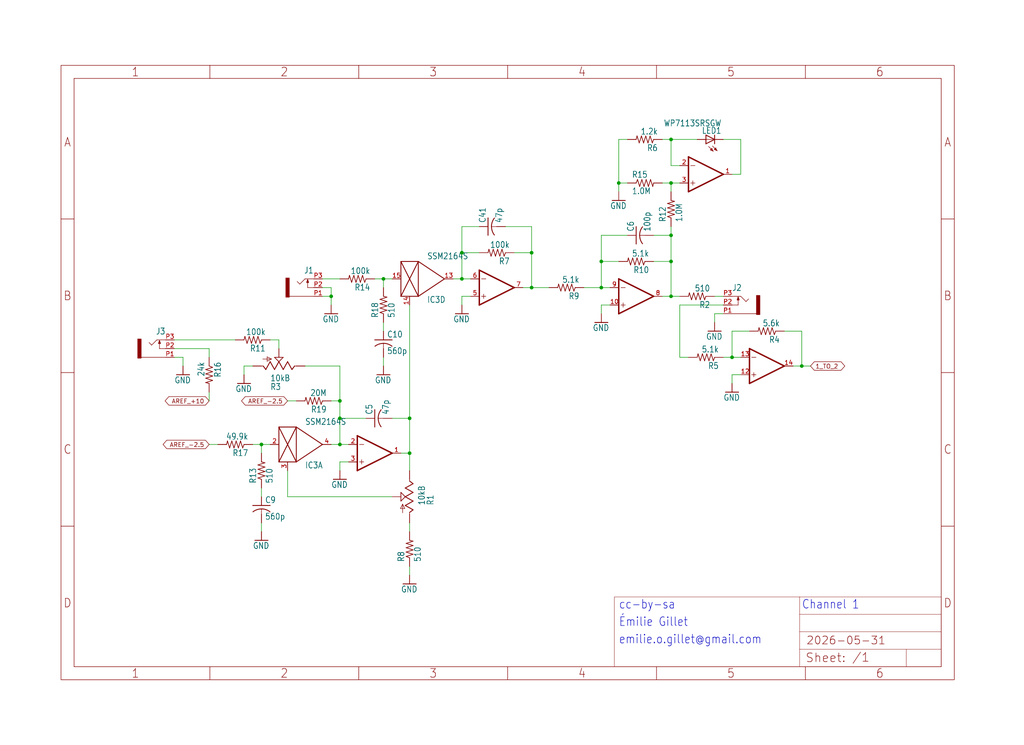
<source format=kicad_sch>
(kicad_sch (version 20230121) (generator eeschema)
  (paper "User" 298.45 217.17)
  (lib_symbols
    (symbol "veils_v40-eagle-import:A4L-LOC"
      (symbol "A4L-LOC_1_0"
        (polyline (pts (xy 0 44.7675) (xy 3.81 44.7675)))
        (polyline (pts (xy 0 89.535) (xy 3.81 89.535)))
        (polyline (pts (xy 0 134.3025) (xy 3.81 134.3025)))
        (polyline (pts (xy 3.81 3.81) (xy 3.81 175.26)))
        (polyline (pts (xy 43.3917 0) (xy 43.3917 3.81)))
        (polyline (pts (xy 43.3917 175.26) (xy 43.3917 179.07)))
        (polyline (pts (xy 86.7833 0) (xy 86.7833 3.81)))
        (polyline (pts (xy 86.7833 175.26) (xy 86.7833 179.07)))
        (polyline (pts (xy 130.175 0) (xy 130.175 3.81)))
        (polyline (pts (xy 130.175 175.26) (xy 130.175 179.07)))
        (polyline (pts (xy 161.29 3.81) (xy 161.29 24.13)) (stroke (width 0.1016)))
        (polyline (pts (xy 161.29 24.13) (xy 215.265 24.13)) (stroke (width 0.1016)))
        (polyline (pts (xy 173.5667 0) (xy 173.5667 3.81)))
        (polyline (pts (xy 173.5667 175.26) (xy 173.5667 179.07)))
        (polyline (pts (xy 215.265 8.89) (xy 215.265 3.81)) (stroke (width 0.1016)))
        (polyline (pts (xy 215.265 8.89) (xy 215.265 13.97)) (stroke (width 0.1016)))
        (polyline (pts (xy 215.265 13.97) (xy 215.265 19.05)) (stroke (width 0.1016)))
        (polyline (pts (xy 215.265 13.97) (xy 256.54 13.97)) (stroke (width 0.1016)))
        (polyline (pts (xy 215.265 19.05) (xy 215.265 24.13)) (stroke (width 0.1016)))
        (polyline (pts (xy 215.265 19.05) (xy 256.54 19.05)) (stroke (width 0.1016)))
        (polyline (pts (xy 215.265 24.13) (xy 256.54 24.13)) (stroke (width 0.1016)))
        (polyline (pts (xy 216.9583 0) (xy 216.9583 3.81)))
        (polyline (pts (xy 216.9583 175.26) (xy 216.9583 179.07)))
        (polyline (pts (xy 246.38 3.81) (xy 246.38 8.89)) (stroke (width 0.1016)))
        (polyline (pts (xy 246.38 8.89) (xy 215.265 8.89)) (stroke (width 0.1016)))
        (polyline (pts (xy 246.38 8.89) (xy 256.54 8.89)) (stroke (width 0.1016)))
        (polyline (pts (xy 256.54 3.81) (xy 3.81 3.81)))
        (polyline (pts (xy 256.54 3.81) (xy 256.54 8.89)) (stroke (width 0.1016)))
        (polyline (pts (xy 256.54 3.81) (xy 256.54 175.26)))
        (polyline (pts (xy 256.54 8.89) (xy 256.54 13.97)) (stroke (width 0.1016)))
        (polyline (pts (xy 256.54 13.97) (xy 256.54 19.05)) (stroke (width 0.1016)))
        (polyline (pts (xy 256.54 19.05) (xy 256.54 24.13)) (stroke (width 0.1016)))
        (polyline (pts (xy 256.54 44.7675) (xy 260.35 44.7675)))
        (polyline (pts (xy 256.54 89.535) (xy 260.35 89.535)))
        (polyline (pts (xy 256.54 134.3025) (xy 260.35 134.3025)))
        (polyline (pts (xy 256.54 175.26) (xy 3.81 175.26)))
        (polyline (pts (xy 0 0) (xy 260.35 0) (xy 260.35 179.07) (xy 0 179.07) (xy 0 0)))
        (text "${#}/${##}" (at 230.505 5.08 0) (effects (font (size 2.54 2.54)) (justify left bottom)))
        (text "${CURRENT_DATE}" (at 217.17 10.16 0) (effects (font (size 2.286 2.286)) (justify left bottom)))
        (text "${PROJECTNAME}" (at 217.17 15.24 0) (effects (font (size 2.54 2.54)) (justify left bottom)))
        (text "1" (at 21.6958 1.905 0) (effects (font (size 2.54 2.286))))
        (text "1" (at 21.6958 177.165 0) (effects (font (size 2.54 2.286))))
        (text "2" (at 65.0875 1.905 0) (effects (font (size 2.54 2.286))))
        (text "2" (at 65.0875 177.165 0) (effects (font (size 2.54 2.286))))
        (text "3" (at 108.4792 1.905 0) (effects (font (size 2.54 2.286))))
        (text "3" (at 108.4792 177.165 0) (effects (font (size 2.54 2.286))))
        (text "4" (at 151.8708 1.905 0) (effects (font (size 2.54 2.286))))
        (text "4" (at 151.8708 177.165 0) (effects (font (size 2.54 2.286))))
        (text "5" (at 195.2625 1.905 0) (effects (font (size 2.54 2.286))))
        (text "5" (at 195.2625 177.165 0) (effects (font (size 2.54 2.286))))
        (text "6" (at 238.6542 1.905 0) (effects (font (size 2.54 2.286))))
        (text "6" (at 238.6542 177.165 0) (effects (font (size 2.54 2.286))))
        (text "A" (at 1.905 156.6863 0) (effects (font (size 2.54 2.286))))
        (text "A" (at 258.445 156.6863 0) (effects (font (size 2.54 2.286))))
        (text "B" (at 1.905 111.9188 0) (effects (font (size 2.54 2.286))))
        (text "B" (at 258.445 111.9188 0) (effects (font (size 2.54 2.286))))
        (text "C" (at 1.905 67.1513 0) (effects (font (size 2.54 2.286))))
        (text "C" (at 258.445 67.1513 0) (effects (font (size 2.54 2.286))))
        (text "D" (at 1.905 22.3838 0) (effects (font (size 2.54 2.286))))
        (text "D" (at 258.445 22.3838 0) (effects (font (size 2.54 2.286))))
        (text "Sheet:" (at 216.916 4.953 0) (effects (font (size 2.54 2.54)) (justify left bottom)))
      )
    )
    (symbol "veils_v40-eagle-import:C-USC0402"
      (property "Reference" "C" (at 1.016 0.635 0))
      (symbol "C-USC0402_1_0"
        (arc (start 0 -1.0161) (mid -1.302 -1.2303) (end -2.4668 -1.8504) (stroke (width 0.254)))
        (polyline (pts (xy -2.54 0) (xy 2.54 0)) (stroke (width 0.254)))
        (polyline (pts (xy 0 -1.016) (xy 0 -2.54)) (stroke (width 0.1524)))
        (arc (start 2.4892 -1.8541) (mid 1.3158 -1.2194) (end 0 -1) (stroke (width 0.254)))
        (pin passive line (at 0 2.54 270) (length 2.54) (name "1") (number "1"))
        (pin passive line (at 0 -5.08 90) (length 2.54) (name "2") (number "2"))
      )
    )
    (symbol "veils_v40-eagle-import:GND" (power)
      (property "Value" "GND" (at -2.54 -2.54 0))
      (symbol "GND_1_0"
        (polyline (pts (xy -1.905 0) (xy 1.905 0)) (stroke (width 0.254)))
        (pin power_in line (at 0 2.54 270) (length 2.54) (name "GND") (number "1"))
      )
    )
    (symbol "veils_v40-eagle-import:LED5MM"
      (property "Reference" "LED" (at 3.556 -4.572 90))
      (symbol "LED5MM_1_0"
        (polyline (pts (xy -2.032 -0.762) (xy -3.429 -2.159)) (stroke (width 0.1524)))
        (polyline (pts (xy -1.905 -1.905) (xy -3.302 -3.302)) (stroke (width 0.1524)))
        (polyline (pts (xy 0 -2.54) (xy -1.27 -2.54)) (stroke (width 0.254)))
        (polyline (pts (xy 0 -2.54) (xy -1.27 0)) (stroke (width 0.254)))
        (polyline (pts (xy 0 0) (xy -1.27 0)) (stroke (width 0.254)))
        (polyline (pts (xy 0 0) (xy 0 -2.54)) (stroke (width 0.1524)))
        (polyline (pts (xy 1.27 -2.54) (xy 0 -2.54)) (stroke (width 0.254)))
        (polyline (pts (xy 1.27 0) (xy 0 -2.54)) (stroke (width 0.254)))
        (polyline (pts (xy 1.27 0) (xy 0 0)) (stroke (width 0.254)))
        (polyline (pts (xy -3.429 -2.159) (xy -3.048 -1.27) (xy -2.54 -1.778)) (stroke (width 0.1524)) (fill (type outline)))
        (polyline (pts (xy -3.302 -3.302) (xy -2.921 -2.413) (xy -2.413 -2.921)) (stroke (width 0.1524)) (fill (type outline)))
        (pin passive line (at 0 2.54 270) (length 2.54) (name "A") (number "A"))
        (pin passive line (at 0 -5.08 90) (length 2.54) (name "C") (number "K"))
      )
    )
    (symbol "veils_v40-eagle-import:PJ301_THONKICONN6"
      (property "Reference" "J" (at -2.54 4.064 0))
      (symbol "PJ301_THONKICONN6_1_0"
        (polyline (pts (xy -2.54 -2.54) (xy 4.572 -2.54)) (stroke (width 0.1524)))
        (polyline (pts (xy -2.54 0) (xy -0.762 0)) (stroke (width 0.1524)))
        (polyline (pts (xy -2.54 2.54) (xy 0 2.54)) (stroke (width 0.1524)))
        (polyline (pts (xy -1.016 1.524) (xy -0.508 1.524)) (stroke (width 0.254)))
        (polyline (pts (xy -0.762 0) (xy -0.762 2.286)) (stroke (width 0.1524)))
        (polyline (pts (xy -0.762 2.286) (xy -1.016 1.524)) (stroke (width 0.254)))
        (polyline (pts (xy -0.508 1.524) (xy -0.762 2.286)) (stroke (width 0.254)))
        (polyline (pts (xy 0 2.54) (xy 1.524 1.016)) (stroke (width 0.1524)))
        (polyline (pts (xy 1.524 1.016) (xy 2.286 1.778)) (stroke (width 0.1524)))
        (rectangle (start 4.572 2.794) (end 5.588 -2.794) (fill (type outline)))
        (pin passive line (at -5.08 -2.54 0) (length 2.54) (name "1") (number "P1"))
        (pin passive line (at -5.08 0 0) (length 2.54) (name "2") (number "P2"))
        (pin passive line (at -5.08 2.54 0) (length 2.54) (name "3") (number "P3"))
      )
    )
    (symbol "veils_v40-eagle-import:POT_USVERTICAL_PS"
      (property "Reference" "R" (at -5.08 -2.54 90))
      (symbol "POT_USVERTICAL_PS_1_0"
        (polyline (pts (xy -1.016 -3.81) (xy 1.27 -2.54)) (stroke (width 0.254)))
        (polyline (pts (xy -1.016 -1.27) (xy 1.27 0)) (stroke (width 0.254)))
        (polyline (pts (xy -1.016 1.27) (xy 1.27 2.54)) (stroke (width 0.254)))
        (polyline (pts (xy -1.016 3.81) (xy 0 4.572)) (stroke (width 0.254)))
        (polyline (pts (xy 0 -5.08) (xy 0 -4.572)) (stroke (width 0.1524)))
        (polyline (pts (xy 0 -4.572) (xy -1.016 -3.81)) (stroke (width 0.254)))
        (polyline (pts (xy 0 4.572) (xy 0 5.08)) (stroke (width 0.1524)))
        (polyline (pts (xy 1.27 -2.54) (xy -1.016 -1.27)) (stroke (width 0.254)))
        (polyline (pts (xy 1.27 0) (xy -1.016 1.27)) (stroke (width 0.254)))
        (polyline (pts (xy 1.27 0) (xy 2.54 1.27)) (stroke (width 0.2032)))
        (polyline (pts (xy 1.27 2.54) (xy -1.016 3.81)) (stroke (width 0.254)))
        (polyline (pts (xy 1.397 -3.429) (xy 2.032 -2.159)) (stroke (width 0.1524)))
        (polyline (pts (xy 2.032 -4.699) (xy 2.032 -2.159)) (stroke (width 0.1524)))
        (polyline (pts (xy 2.032 -2.159) (xy 2.667 -3.429)) (stroke (width 0.1524)))
        (polyline (pts (xy 2.54 -1.27) (xy 1.27 0)) (stroke (width 0.2032)))
        (polyline (pts (xy 2.54 1.27) (xy 2.54 -1.27)) (stroke (width 0.2032)))
        (polyline (pts (xy 2.667 -3.429) (xy 1.397 -3.429)) (stroke (width 0.1524)))
        (pin passive line (at 0 7.62 270) (length 2.54) (name "E") (number "P$1"))
        (pin passive line (at 5.08 0 180) (length 2.54) (name "S") (number "P$2"))
        (pin passive line (at 0 -7.62 90) (length 2.54) (name "A") (number "P$3"))
      )
    )
    (symbol "veils_v40-eagle-import:R-US_R0402"
      (property "Reference" "R" (at -3.81 1.4986 0))
      (symbol "R-US_R0402_1_0"
        (polyline (pts (xy -2.54 0) (xy -2.159 1.016)) (stroke (width 0.2032)))
        (polyline (pts (xy -2.159 1.016) (xy -1.524 -1.016)) (stroke (width 0.2032)))
        (polyline (pts (xy -1.524 -1.016) (xy -0.889 1.016)) (stroke (width 0.2032)))
        (polyline (pts (xy -0.889 1.016) (xy -0.254 -1.016)) (stroke (width 0.2032)))
        (polyline (pts (xy -0.254 -1.016) (xy 0.381 1.016)) (stroke (width 0.2032)))
        (polyline (pts (xy 0.381 1.016) (xy 1.016 -1.016)) (stroke (width 0.2032)))
        (polyline (pts (xy 1.016 -1.016) (xy 1.651 1.016)) (stroke (width 0.2032)))
        (polyline (pts (xy 1.651 1.016) (xy 2.286 -1.016)) (stroke (width 0.2032)))
        (polyline (pts (xy 2.286 -1.016) (xy 2.54 0)) (stroke (width 0.2032)))
        (pin passive line (at -5.08 0 0) (length 2.54) (name "1") (number "1"))
        (pin passive line (at 5.08 0 180) (length 2.54) (name "2") (number "2"))
      )
    )
    (symbol "veils_v40-eagle-import:SSM2164S"
      (property "Reference" "IC" (at 5.08 -12.7 0))
      (symbol "SSM2164S_1_0"
        (polyline (pts (xy -2.54 -5.08) (xy 2.54 -5.08)) (stroke (width 0.254)))
        (polyline (pts (xy -2.54 -5.08) (xy 2.54 5.08)) (stroke (width 0.254)))
        (polyline (pts (xy -2.54 5.08) (xy -2.54 -5.08)) (stroke (width 0.254)))
        (polyline (pts (xy -2.54 5.08) (xy 2.54 -5.08)) (stroke (width 0.254)))
        (polyline (pts (xy 2.54 -5.08) (xy 2.54 5.08)) (stroke (width 0.254)))
        (polyline (pts (xy 2.54 5.08) (xy -2.54 5.08)) (stroke (width 0.254)))
        (polyline (pts (xy 2.54 5.08) (xy 10.16 0)) (stroke (width 0.254)))
        (polyline (pts (xy 10.16 0) (xy 2.54 -5.08)) (stroke (width 0.254)))
        (pin input line (at -5.08 0 0) (length 2.54) (name "IN") (number "2"))
        (pin input line (at 0 7.62 270) (length 2.54) (name "CTRL") (number "3"))
        (pin output line (at 12.7 0 180) (length 2.54) (name "OUT") (number "4"))
      )
      (symbol "SSM2164S_2_0"
        (polyline (pts (xy -2.54 -5.08) (xy 2.54 -5.08)) (stroke (width 0.254)))
        (polyline (pts (xy -2.54 -5.08) (xy 2.54 5.08)) (stroke (width 0.254)))
        (polyline (pts (xy -2.54 5.08) (xy -2.54 -5.08)) (stroke (width 0.254)))
        (polyline (pts (xy -2.54 5.08) (xy 2.54 -5.08)) (stroke (width 0.254)))
        (polyline (pts (xy 2.54 -5.08) (xy 2.54 5.08)) (stroke (width 0.254)))
        (polyline (pts (xy 2.54 5.08) (xy -2.54 5.08)) (stroke (width 0.254)))
        (polyline (pts (xy 2.54 5.08) (xy 10.16 0)) (stroke (width 0.254)))
        (polyline (pts (xy 10.16 0) (xy 2.54 -5.08)) (stroke (width 0.254)))
        (pin output line (at 12.7 0 180) (length 2.54) (name "OUT") (number "5"))
        (pin input line (at 0 7.62 270) (length 2.54) (name "CTRL") (number "6"))
        (pin input line (at -5.08 0 0) (length 2.54) (name "IN") (number "7"))
      )
      (symbol "SSM2164S_3_0"
        (polyline (pts (xy -2.54 -5.08) (xy 2.54 -5.08)) (stroke (width 0.254)))
        (polyline (pts (xy -2.54 -5.08) (xy 2.54 5.08)) (stroke (width 0.254)))
        (polyline (pts (xy -2.54 5.08) (xy -2.54 -5.08)) (stroke (width 0.254)))
        (polyline (pts (xy -2.54 5.08) (xy 2.54 -5.08)) (stroke (width 0.254)))
        (polyline (pts (xy 2.54 -5.08) (xy 2.54 5.08)) (stroke (width 0.254)))
        (polyline (pts (xy 2.54 5.08) (xy -2.54 5.08)) (stroke (width 0.254)))
        (polyline (pts (xy 2.54 5.08) (xy 10.16 0)) (stroke (width 0.254)))
        (polyline (pts (xy 10.16 0) (xy 2.54 -5.08)) (stroke (width 0.254)))
        (pin input line (at -5.08 0 0) (length 2.54) (name "IN") (number "10"))
        (pin input line (at 0 7.62 270) (length 2.54) (name "CTRL") (number "11"))
        (pin output line (at 12.7 0 180) (length 2.54) (name "OUT") (number "12"))
      )
      (symbol "SSM2164S_4_0"
        (polyline (pts (xy -2.54 -5.08) (xy 2.54 -5.08)) (stroke (width 0.254)))
        (polyline (pts (xy -2.54 -5.08) (xy 2.54 5.08)) (stroke (width 0.254)))
        (polyline (pts (xy -2.54 5.08) (xy -2.54 -5.08)) (stroke (width 0.254)))
        (polyline (pts (xy -2.54 5.08) (xy 2.54 -5.08)) (stroke (width 0.254)))
        (polyline (pts (xy 2.54 -5.08) (xy 2.54 5.08)) (stroke (width 0.254)))
        (polyline (pts (xy 2.54 5.08) (xy -2.54 5.08)) (stroke (width 0.254)))
        (polyline (pts (xy 2.54 5.08) (xy 10.16 0)) (stroke (width 0.254)))
        (polyline (pts (xy 10.16 0) (xy 2.54 -5.08)) (stroke (width 0.254)))
        (pin output line (at 12.7 0 180) (length 2.54) (name "OUT") (number "13"))
        (pin input line (at 0 7.62 270) (length 2.54) (name "CTRL") (number "14"))
        (pin input line (at -5.08 0 0) (length 2.54) (name "IN") (number "15"))
      )
      (symbol "SSM2164S_5_0"
        (polyline (pts (xy -5.08 -10.16) (xy -5.08 5.08)) (stroke (width 0.254)))
        (polyline (pts (xy -5.08 5.08) (xy 5.08 5.08)) (stroke (width 0.254)))
        (polyline (pts (xy 5.08 -10.16) (xy -5.08 -10.16)) (stroke (width 0.254)))
        (polyline (pts (xy 5.08 5.08) (xy 5.08 -10.16)) (stroke (width 0.254)))
        (text "GND" (at -1.016 -5.842 0) (effects (font (size 1.778 1.5113)) (justify left bottom)))
        (text "MODE" (at -3.048 -1.016 0) (effects (font (size 1.778 1.5113)) (justify left bottom)))
        (text "V+" (at -1.524 2.54 0) (effects (font (size 1.778 1.5113)) (justify left bottom)))
        (text "V-" (at -1.524 -9.652 0) (effects (font (size 1.778 1.5113)) (justify left bottom)))
        (pin input line (at 7.62 0 180) (length 2.54) (name "MODE") (number "1"))
        (pin power_in line (at 0 7.62 270) (length 2.54) (name "V+") (number "16"))
        (pin power_in line (at 7.62 -5.08 180) (length 2.54) (name "GND") (number "8"))
        (pin power_in line (at 0 -12.7 90) (length 2.54) (name "V-") (number "9"))
      )
    )
    (symbol "veils_v40-eagle-import:TL072PW"
      (symbol "TL072PW_1_0"
        (polyline (pts (xy -5.08 -5.08) (xy 5.08 0)) (stroke (width 0.4064)))
        (polyline (pts (xy -5.08 5.08) (xy -5.08 -5.08)) (stroke (width 0.4064)))
        (polyline (pts (xy -4.445 -2.54) (xy -3.175 -2.54)) (stroke (width 0.1524)))
        (polyline (pts (xy -4.445 2.54) (xy -3.175 2.54)) (stroke (width 0.1524)))
        (polyline (pts (xy -3.81 3.175) (xy -3.81 1.905)) (stroke (width 0.1524)))
        (polyline (pts (xy 5.08 0) (xy -5.08 5.08)) (stroke (width 0.4064)))
        (pin output line (at 7.62 0 180) (length 2.54) (name "OUT") (number "1"))
        (pin input line (at -7.62 -2.54 0) (length 2.54) (name "-IN") (number "2"))
        (pin input line (at -7.62 2.54 0) (length 2.54) (name "+IN") (number "3"))
      )
      (symbol "TL072PW_2_0"
        (polyline (pts (xy -5.08 -5.08) (xy 5.08 0)) (stroke (width 0.4064)))
        (polyline (pts (xy -5.08 5.08) (xy -5.08 -5.08)) (stroke (width 0.4064)))
        (polyline (pts (xy -4.445 -2.54) (xy -3.175 -2.54)) (stroke (width 0.1524)))
        (polyline (pts (xy -4.445 2.54) (xy -3.175 2.54)) (stroke (width 0.1524)))
        (polyline (pts (xy -3.81 3.175) (xy -3.81 1.905)) (stroke (width 0.1524)))
        (polyline (pts (xy 5.08 0) (xy -5.08 5.08)) (stroke (width 0.4064)))
        (pin input line (at -7.62 2.54 0) (length 2.54) (name "+IN") (number "5"))
        (pin input line (at -7.62 -2.54 0) (length 2.54) (name "-IN") (number "6"))
        (pin output line (at 7.62 0 180) (length 2.54) (name "OUT") (number "7"))
      )
      (symbol "TL072PW_3_0"
        (text "V+" (at 1.27 3.175 900) (effects (font (size 0.8128 0.6908)) (justify left bottom)))
        (text "V-" (at 1.27 -4.445 900) (effects (font (size 0.8128 0.6908)) (justify left bottom)))
        (pin power_in line (at 0 -7.62 90) (length 5.08) (name "V-") (number "4"))
        (pin power_in line (at 0 7.62 270) (length 5.08) (name "V+") (number "8"))
      )
    )
    (symbol "veils_v40-eagle-import:TL074PW"
      (symbol "TL074PW_1_0"
        (polyline (pts (xy -5.08 -5.08) (xy 5.08 0)) (stroke (width 0.4064)))
        (polyline (pts (xy -5.08 5.08) (xy -5.08 -5.08)) (stroke (width 0.4064)))
        (polyline (pts (xy -4.445 -2.54) (xy -3.175 -2.54)) (stroke (width 0.1524)))
        (polyline (pts (xy -4.445 2.54) (xy -3.175 2.54)) (stroke (width 0.1524)))
        (polyline (pts (xy -3.81 3.175) (xy -3.81 1.905)) (stroke (width 0.1524)))
        (polyline (pts (xy 5.08 0) (xy -5.08 5.08)) (stroke (width 0.4064)))
        (pin output line (at 7.62 0 180) (length 2.54) (name "OUT") (number "1"))
        (pin input line (at -7.62 -2.54 0) (length 2.54) (name "-IN") (number "2"))
        (pin input line (at -7.62 2.54 0) (length 2.54) (name "+IN") (number "3"))
      )
      (symbol "TL074PW_2_0"
        (polyline (pts (xy -5.08 -5.08) (xy 5.08 0)) (stroke (width 0.4064)))
        (polyline (pts (xy -5.08 5.08) (xy -5.08 -5.08)) (stroke (width 0.4064)))
        (polyline (pts (xy -4.445 -2.54) (xy -3.175 -2.54)) (stroke (width 0.1524)))
        (polyline (pts (xy -4.445 2.54) (xy -3.175 2.54)) (stroke (width 0.1524)))
        (polyline (pts (xy -3.81 3.175) (xy -3.81 1.905)) (stroke (width 0.1524)))
        (polyline (pts (xy 5.08 0) (xy -5.08 5.08)) (stroke (width 0.4064)))
        (pin input line (at -7.62 2.54 0) (length 2.54) (name "+IN") (number "5"))
        (pin input line (at -7.62 -2.54 0) (length 2.54) (name "-IN") (number "6"))
        (pin output line (at 7.62 0 180) (length 2.54) (name "OUT") (number "7"))
      )
      (symbol "TL074PW_3_0"
        (polyline (pts (xy -5.08 -5.08) (xy 5.08 0)) (stroke (width 0.4064)))
        (polyline (pts (xy -5.08 5.08) (xy -5.08 -5.08)) (stroke (width 0.4064)))
        (polyline (pts (xy -4.445 -2.54) (xy -3.175 -2.54)) (stroke (width 0.1524)))
        (polyline (pts (xy -4.445 2.54) (xy -3.175 2.54)) (stroke (width 0.1524)))
        (polyline (pts (xy -3.81 3.175) (xy -3.81 1.905)) (stroke (width 0.1524)))
        (polyline (pts (xy 5.08 0) (xy -5.08 5.08)) (stroke (width 0.4064)))
        (pin input line (at -7.62 2.54 0) (length 2.54) (name "+IN") (number "10"))
        (pin output line (at 7.62 0 180) (length 2.54) (name "OUT") (number "8"))
        (pin input line (at -7.62 -2.54 0) (length 2.54) (name "-IN") (number "9"))
      )
      (symbol "TL074PW_4_0"
        (polyline (pts (xy -5.08 -5.08) (xy 5.08 0)) (stroke (width 0.4064)))
        (polyline (pts (xy -5.08 5.08) (xy -5.08 -5.08)) (stroke (width 0.4064)))
        (polyline (pts (xy -4.445 -2.54) (xy -3.175 -2.54)) (stroke (width 0.1524)))
        (polyline (pts (xy -4.445 2.54) (xy -3.175 2.54)) (stroke (width 0.1524)))
        (polyline (pts (xy -3.81 3.175) (xy -3.81 1.905)) (stroke (width 0.1524)))
        (polyline (pts (xy 5.08 0) (xy -5.08 5.08)) (stroke (width 0.4064)))
        (pin input line (at -7.62 2.54 0) (length 2.54) (name "+IN") (number "12"))
        (pin input line (at -7.62 -2.54 0) (length 2.54) (name "-IN") (number "13"))
        (pin output line (at 7.62 0 180) (length 2.54) (name "OUT") (number "14"))
      )
      (symbol "TL074PW_5_0"
        (text "V+" (at 1.27 3.175 900) (effects (font (size 0.8128 0.6908)) (justify left bottom)))
        (text "V-" (at 1.27 -4.445 900) (effects (font (size 0.8128 0.6908)) (justify left bottom)))
        (pin power_in line (at 0 -7.62 90) (length 5.08) (name "V-") (number "11"))
        (pin power_in line (at 0 7.62 270) (length 5.08) (name "V+") (number "4"))
      )
    )
    (symbol "veils_v40-eagle-import:og-pots_POT_USVERTICAL"
      (property "Reference" "R" (at -5.08 -2.54 90))
      (symbol "og-pots_POT_USVERTICAL_1_0"
        (polyline (pts (xy -1.016 -3.81) (xy 1.27 -2.54)) (stroke (width 0.254)))
        (polyline (pts (xy -1.016 -1.27) (xy 1.27 0)) (stroke (width 0.254)))
        (polyline (pts (xy -1.016 1.27) (xy 1.27 2.54)) (stroke (width 0.254)))
        (polyline (pts (xy -1.016 3.81) (xy 0 4.572)) (stroke (width 0.254)))
        (polyline (pts (xy 0 -5.08) (xy 0 -4.572)) (stroke (width 0.1524)))
        (polyline (pts (xy 0 -4.572) (xy -1.016 -3.81)) (stroke (width 0.254)))
        (polyline (pts (xy 0 4.572) (xy 0 5.08)) (stroke (width 0.1524)))
        (polyline (pts (xy 1.27 -2.54) (xy -1.016 -1.27)) (stroke (width 0.254)))
        (polyline (pts (xy 1.27 0) (xy -1.016 1.27)) (stroke (width 0.254)))
        (polyline (pts (xy 1.27 0) (xy 2.54 1.27)) (stroke (width 0.2032)))
        (polyline (pts (xy 1.27 2.54) (xy -1.016 3.81)) (stroke (width 0.254)))
        (polyline (pts (xy 1.397 -3.429) (xy 2.032 -2.159)) (stroke (width 0.1524)))
        (polyline (pts (xy 2.032 -4.699) (xy 2.032 -2.159)) (stroke (width 0.1524)))
        (polyline (pts (xy 2.032 -2.159) (xy 2.667 -3.429)) (stroke (width 0.1524)))
        (polyline (pts (xy 2.54 -1.27) (xy 1.27 0)) (stroke (width 0.2032)))
        (polyline (pts (xy 2.54 1.27) (xy 2.54 -1.27)) (stroke (width 0.2032)))
        (polyline (pts (xy 2.667 -3.429) (xy 1.397 -3.429)) (stroke (width 0.1524)))
        (pin passive line (at 0 7.62 270) (length 2.54) (name "E") (number "P$1"))
        (pin passive line (at 5.08 0 180) (length 2.54) (name "S") (number "P$2"))
        (pin passive line (at 0 -7.62 90) (length 2.54) (name "A") (number "P$3"))
      )
    )
  )
  (junction (at 99.06 116.84))
  (junction (at 99.06 121.92))
  (junction (at 195.58 68.58))
  (junction (at 195.58 76.2))
  (junction (at 195.58 53.34))
  (junction (at 134.62 81.28))
  (junction (at 76.2 129.54))
  (junction (at 154.94 83.82))
  (junction (at 134.62 73.66))
  (junction (at 195.58 40.64))
  (junction (at 154.94 73.66))
  (junction (at 195.58 86.36))
  (junction (at 233.68 106.68))
  (junction (at 175.26 83.82))
  (junction (at 111.76 81.28))
  (junction (at 96.52 86.36))
  (junction (at 175.26 76.2))
  (junction (at 180.34 53.34))
  (junction (at 119.38 121.92))
  (junction (at 119.38 132.08))
  (junction (at 99.06 129.54))
  (junction (at 213.36 104.14))
  (wire (pts (xy 63.5 129.54) (xy 60.96 129.54)) (stroke (width 0.1524)))
  (wire (pts (xy 119.38 121.92) (xy 119.38 132.08)) (stroke (width 0.1524)))
  (wire (pts (xy 99.06 106.68) (xy 99.06 116.84)) (stroke (width 0.1524)))
  (wire (pts (xy 215.9 104.14) (xy 213.36 104.14)) (stroke (width 0.1524)))
  (wire (pts (xy 99.06 116.84) (xy 99.06 121.92)) (stroke (width 0.1524)))
  (wire (pts (xy 99.06 129.54) (xy 99.06 121.92)) (stroke (width 0.1524)))
  (wire (pts (xy 109.22 81.28) (xy 111.76 81.28)) (stroke (width 0.1524)))
  (wire (pts (xy 198.12 88.9) (xy 210.82 88.9)) (stroke (width 0.1524)))
  (wire (pts (xy 180.34 40.64) (xy 180.34 53.34)) (stroke (width 0.1524)))
  (wire (pts (xy 111.76 81.28) (xy 114.3 81.28)) (stroke (width 0.1524)))
  (wire (pts (xy 83.82 137.16) (xy 83.82 144.78)) (stroke (width 0.1524)))
  (wire (pts (xy 78.74 99.06) (xy 81.28 99.06)) (stroke (width 0.1524)))
  (wire (pts (xy 132.08 81.28) (xy 134.62 81.28)) (stroke (width 0.1524)))
  (wire (pts (xy 228.6 96.52) (xy 233.68 96.52)) (stroke (width 0.1524)))
  (wire (pts (xy 106.68 121.92) (xy 99.06 121.92)) (stroke (width 0.1524)))
  (wire (pts (xy 149.86 73.66) (xy 154.94 73.66)) (stroke (width 0.1524)))
  (wire (pts (xy 215.9 40.64) (xy 210.82 40.64)) (stroke (width 0.1524)))
  (wire (pts (xy 111.76 81.28) (xy 111.76 83.82)) (stroke (width 0.1524)))
  (wire (pts (xy 195.58 40.64) (xy 195.58 48.26)) (stroke (width 0.1524)))
  (wire (pts (xy 119.38 154.94) (xy 119.38 152.4)) (stroke (width 0.1524)))
  (wire (pts (xy 213.36 104.14) (xy 210.82 104.14)) (stroke (width 0.1524)))
  (wire (pts (xy 73.66 129.54) (xy 76.2 129.54)) (stroke (width 0.1524)))
  (wire (pts (xy 134.62 86.36) (xy 134.62 88.9)) (stroke (width 0.1524)))
  (wire (pts (xy 175.26 76.2) (xy 175.26 83.82)) (stroke (width 0.1524)))
  (wire (pts (xy 96.52 116.84) (xy 99.06 116.84)) (stroke (width 0.1524)))
  (wire (pts (xy 76.2 129.54) (xy 76.2 132.08)) (stroke (width 0.1524)))
  (wire (pts (xy 76.2 144.78) (xy 76.2 142.24)) (stroke (width 0.1524)))
  (wire (pts (xy 60.96 114.3) (xy 60.96 116.84)) (stroke (width 0.1524)))
  (wire (pts (xy 96.52 86.36) (xy 96.52 88.9)) (stroke (width 0.1524)))
  (wire (pts (xy 134.62 66.04) (xy 134.62 73.66)) (stroke (width 0.1524)))
  (wire (pts (xy 180.34 76.2) (xy 175.26 76.2)) (stroke (width 0.1524)))
  (wire (pts (xy 180.34 53.34) (xy 180.34 55.88)) (stroke (width 0.1524)))
  (wire (pts (xy 213.36 96.52) (xy 213.36 104.14)) (stroke (width 0.1524)))
  (wire (pts (xy 134.62 81.28) (xy 137.16 81.28)) (stroke (width 0.1524)))
  (wire (pts (xy 88.9 106.68) (xy 99.06 106.68)) (stroke (width 0.1524)))
  (wire (pts (xy 195.58 53.34) (xy 198.12 53.34)) (stroke (width 0.1524)))
  (wire (pts (xy 137.16 86.36) (xy 134.62 86.36)) (stroke (width 0.1524)))
  (wire (pts (xy 83.82 144.78) (xy 114.3 144.78)) (stroke (width 0.1524)))
  (wire (pts (xy 60.96 101.6) (xy 60.96 104.14)) (stroke (width 0.1524)))
  (wire (pts (xy 170.18 83.82) (xy 175.26 83.82)) (stroke (width 0.1524)))
  (wire (pts (xy 119.38 132.08) (xy 116.84 132.08)) (stroke (width 0.1524)))
  (wire (pts (xy 195.58 48.26) (xy 198.12 48.26)) (stroke (width 0.1524)))
  (wire (pts (xy 50.8 99.06) (xy 68.58 99.06)) (stroke (width 0.1524)))
  (wire (pts (xy 96.52 129.54) (xy 99.06 129.54)) (stroke (width 0.1524)))
  (wire (pts (xy 71.12 109.22) (xy 71.12 106.68)) (stroke (width 0.1524)))
  (wire (pts (xy 119.38 165.1) (xy 119.38 167.64)) (stroke (width 0.1524)))
  (wire (pts (xy 139.7 66.04) (xy 134.62 66.04)) (stroke (width 0.1524)))
  (wire (pts (xy 50.8 104.14) (xy 53.34 104.14)) (stroke (width 0.1524)))
  (wire (pts (xy 208.28 86.36) (xy 210.82 86.36)) (stroke (width 0.1524)))
  (wire (pts (xy 154.94 83.82) (xy 152.4 83.82)) (stroke (width 0.1524)))
  (wire (pts (xy 175.26 88.9) (xy 177.8 88.9)) (stroke (width 0.1524)))
  (wire (pts (xy 93.98 86.36) (xy 96.52 86.36)) (stroke (width 0.1524)))
  (wire (pts (xy 218.44 96.52) (xy 213.36 96.52)) (stroke (width 0.1524)))
  (wire (pts (xy 175.26 68.58) (xy 182.88 68.58)) (stroke (width 0.1524)))
  (wire (pts (xy 233.68 106.68) (xy 236.22 106.68)) (stroke (width 0.1524)))
  (wire (pts (xy 93.98 81.28) (xy 99.06 81.28)) (stroke (width 0.1524)))
  (wire (pts (xy 215.9 109.22) (xy 213.36 109.22)) (stroke (width 0.1524)))
  (wire (pts (xy 193.04 40.64) (xy 195.58 40.64)) (stroke (width 0.1524)))
  (wire (pts (xy 71.12 106.68) (xy 73.66 106.68)) (stroke (width 0.1524)))
  (wire (pts (xy 213.36 109.22) (xy 213.36 111.76)) (stroke (width 0.1524)))
  (wire (pts (xy 193.04 86.36) (xy 195.58 86.36)) (stroke (width 0.1524)))
  (wire (pts (xy 190.5 76.2) (xy 195.58 76.2)) (stroke (width 0.1524)))
  (wire (pts (xy 182.88 40.64) (xy 180.34 40.64)) (stroke (width 0.1524)))
  (wire (pts (xy 233.68 96.52) (xy 233.68 106.68)) (stroke (width 0.1524)))
  (wire (pts (xy 99.06 134.62) (xy 99.06 137.16)) (stroke (width 0.1524)))
  (wire (pts (xy 96.52 83.82) (xy 96.52 86.36)) (stroke (width 0.1524)))
  (wire (pts (xy 134.62 73.66) (xy 134.62 81.28)) (stroke (width 0.1524)))
  (wire (pts (xy 210.82 91.44) (xy 208.28 91.44)) (stroke (width 0.1524)))
  (wire (pts (xy 76.2 129.54) (xy 78.74 129.54)) (stroke (width 0.1524)))
  (wire (pts (xy 203.2 40.64) (xy 195.58 40.64)) (stroke (width 0.1524)))
  (wire (pts (xy 154.94 66.04) (xy 154.94 73.66)) (stroke (width 0.1524)))
  (wire (pts (xy 139.7 73.66) (xy 134.62 73.66)) (stroke (width 0.1524)))
  (wire (pts (xy 81.28 99.06) (xy 81.28 101.6)) (stroke (width 0.1524)))
  (wire (pts (xy 195.58 66.04) (xy 195.58 68.58)) (stroke (width 0.1524)))
  (wire (pts (xy 101.6 134.62) (xy 99.06 134.62)) (stroke (width 0.1524)))
  (wire (pts (xy 93.98 83.82) (xy 96.52 83.82)) (stroke (width 0.1524)))
  (wire (pts (xy 154.94 83.82) (xy 160.02 83.82)) (stroke (width 0.1524)))
  (wire (pts (xy 195.58 76.2) (xy 195.58 68.58)) (stroke (width 0.1524)))
  (wire (pts (xy 190.5 68.58) (xy 195.58 68.58)) (stroke (width 0.1524)))
  (wire (pts (xy 175.26 83.82) (xy 177.8 83.82)) (stroke (width 0.1524)))
  (wire (pts (xy 175.26 76.2) (xy 175.26 68.58)) (stroke (width 0.1524)))
  (wire (pts (xy 193.04 53.34) (xy 195.58 53.34)) (stroke (width 0.1524)))
  (wire (pts (xy 114.3 121.92) (xy 119.38 121.92)) (stroke (width 0.1524)))
  (wire (pts (xy 200.66 104.14) (xy 198.12 104.14)) (stroke (width 0.1524)))
  (wire (pts (xy 208.28 91.44) (xy 208.28 93.98)) (stroke (width 0.1524)))
  (wire (pts (xy 53.34 104.14) (xy 53.34 106.68)) (stroke (width 0.1524)))
  (wire (pts (xy 195.58 86.36) (xy 195.58 76.2)) (stroke (width 0.1524)))
  (wire (pts (xy 111.76 104.14) (xy 111.76 106.68)) (stroke (width 0.1524)))
  (wire (pts (xy 119.38 121.92) (xy 119.38 88.9)) (stroke (width 0.1524)))
  (wire (pts (xy 154.94 73.66) (xy 154.94 83.82)) (stroke (width 0.1524)))
  (wire (pts (xy 175.26 88.9) (xy 175.26 91.44)) (stroke (width 0.1524)))
  (wire (pts (xy 147.32 66.04) (xy 154.94 66.04)) (stroke (width 0.1524)))
  (wire (pts (xy 99.06 129.54) (xy 101.6 129.54)) (stroke (width 0.1524)))
  (wire (pts (xy 213.36 50.8) (xy 215.9 50.8)) (stroke (width 0.1524)))
  (wire (pts (xy 86.36 116.84) (xy 83.82 116.84)) (stroke (width 0.1524)))
  (wire (pts (xy 182.88 53.34) (xy 180.34 53.34)) (stroke (width 0.1524)))
  (wire (pts (xy 198.12 104.14) (xy 198.12 88.9)) (stroke (width 0.1524)))
  (wire (pts (xy 111.76 96.52) (xy 111.76 93.98)) (stroke (width 0.1524)))
  (wire (pts (xy 76.2 152.4) (xy 76.2 154.94)) (stroke (width 0.1524)))
  (wire (pts (xy 119.38 137.16) (xy 119.38 132.08)) (stroke (width 0.1524)))
  (wire (pts (xy 233.68 106.68) (xy 231.14 106.68)) (stroke (width 0.1524)))
  (wire (pts (xy 198.12 86.36) (xy 195.58 86.36)) (stroke (width 0.1524)))
  (wire (pts (xy 195.58 53.34) (xy 195.58 55.88)) (stroke (width 0.1524)))
  (wire (pts (xy 50.8 101.6) (xy 60.96 101.6)) (stroke (width 0.1524)))
  (wire (pts (xy 215.9 50.8) (xy 215.9 40.64)) (stroke (width 0.1524)))
  (text "emilie.o.gillet@gmail.com" (at 180.34 187.96 0) (effects (font (size 2.54 2.159)) (justify left bottom)))
  (text "Channel 1" (at 233.68 177.8 0) (effects (font (size 2.54 2.159)) (justify left bottom)))
  (text "Émilie Gillet" (at 180.34 182.88 0) (effects (font (size 2.54 2.159)) (justify left bottom)))
  (text "cc-by-sa" (at 180.34 177.8 0) (effects (font (size 2.54 2.159)) (justify left bottom)))
  (global_label "AREF_-2.5" (shape bidirectional) (at 60.96 129.54 180) (effects (font (size 1.2446 1.2446))) (property "Intersheetrefs" "${INTERSHEET_REFS}" (effects hide)))
  (global_label "AREF_-2.5" (shape bidirectional) (at 83.82 116.84 180) (effects (font (size 1.2446 1.2446))) (property "Intersheetrefs" "${INTERSHEET_REFS}" (effects hide)))
  (global_label "AREF_+10" (shape bidirectional) (at 60.96 116.84 180) (effects (font (size 1.2446 1.2446))) (property "Intersheetrefs" "${INTERSHEET_REFS}" (effects hide)))
  (global_label "1_TO_2" (shape bidirectional) (at 236.22 106.68 0) (effects (font (size 1.2446 1.2446))) (property "Intersheetrefs" "${INTERSHEET_REFS}" (effects hide)))
  (symbol (lib_id "veils_v40-eagle-import:R-US_R0402") (at 223.52 96.52 180) (unit 1)
    (property "Reference" "R4" (at 227.33 98.0186 0) (effects (font (size 1.778 1.5113)) (justify left bottom)))
    (property "Value" "5.6k" (at 227.33 93.218 0) (effects (font (size 1.778 1.5113)) (justify left bottom)))
    (property "Footprint" "veils_v40:R0402" (effects hide))
  )
  (symbol (lib_id "veils_v40-eagle-import:GND") (at 119.38 170.18 0) (unit 1)
    (property "Reference" "#GND4" (effects hide))
    (property "Value" "GND" (at 116.84 172.72 0) (effects (font (size 1.778 1.5113)) (justify left bottom)))
  )
  (symbol (lib_id "veils_v40-eagle-import:GND") (at 175.26 93.98 0) (unit 1)
    (property "Reference" "#GND1" (effects hide))
    (property "Value" "GND" (at 172.72 96.52 0) (effects (font (size 1.778 1.5113)) (justify left bottom)))
  )
  (symbol (lib_id "veils_v40-eagle-import:GND") (at 180.34 58.42 0) (unit 1)
    (property "Reference" "#GND37" (effects hide))
    (property "Value" "GND" (at 177.8 60.96 0) (effects (font (size 1.778 1.5113)) (justify left bottom)))
  )
  (symbol (lib_id "veils_v40-eagle-import:A4L-LOC") (at 17.78 198.12 0) (unit 1)
    (property "Reference" "#FRAME6" (effects hide))
    (property "Value" "A4L-LOC" (effects hide))
  )
  (symbol (lib_id "veils_v40-eagle-import:R-US_R0402") (at 187.96 53.34 0) (unit 1)
    (property "Reference" "R15" (at 184.15 51.8414 0) (effects (font (size 1.778 1.5113)) (justify left bottom)))
    (property "Value" "1.0M" (at 184.15 56.642 0) (effects (font (size 1.778 1.5113)) (justify left bottom)))
    (property "Footprint" "veils_v40:R0402" (effects hide))
  )
  (symbol (lib_id "veils_v40-eagle-import:C-USC0402") (at 109.22 121.92 90) (unit 1)
    (property "Reference" "C5" (at 108.585 120.904 0) (effects (font (size 1.778 1.5113)) (justify left bottom)))
    (property "Value" "47p" (at 113.411 120.904 0) (effects (font (size 1.778 1.5113)) (justify left bottom)))
    (property "Footprint" "veils_v40:C0402" (effects hide))
  )
  (symbol (lib_id "veils_v40-eagle-import:GND") (at 213.36 114.3 0) (unit 1)
    (property "Reference" "#GND11" (effects hide))
    (property "Value" "GND" (at 210.82 116.84 0) (effects (font (size 1.778 1.5113)) (justify left bottom)))
  )
  (symbol (lib_id "veils_v40-eagle-import:R-US_R0402") (at 91.44 116.84 180) (unit 1)
    (property "Reference" "R19" (at 95.25 118.3386 0) (effects (font (size 1.778 1.5113)) (justify left bottom)))
    (property "Value" "20M" (at 95.25 113.538 0) (effects (font (size 1.778 1.5113)) (justify left bottom)))
    (property "Footprint" "veils_v40:R0402" (effects hide))
  )
  (symbol (lib_id "veils_v40-eagle-import:R-US_R0402") (at 165.1 83.82 180) (unit 1)
    (property "Reference" "R9" (at 168.91 85.3186 0) (effects (font (size 1.778 1.5113)) (justify left bottom)))
    (property "Value" "5.1k" (at 168.91 80.518 0) (effects (font (size 1.778 1.5113)) (justify left bottom)))
    (property "Footprint" "veils_v40:R0402" (effects hide))
  )
  (symbol (lib_id "veils_v40-eagle-import:R-US_R0402") (at 187.96 40.64 180) (unit 1)
    (property "Reference" "R6" (at 191.77 42.1386 0) (effects (font (size 1.778 1.5113)) (justify left bottom)))
    (property "Value" "1.2k" (at 191.77 37.338 0) (effects (font (size 1.778 1.5113)) (justify left bottom)))
    (property "Footprint" "veils_v40:R0402" (effects hide))
  )
  (symbol (lib_id "veils_v40-eagle-import:GND") (at 76.2 157.48 0) (unit 1)
    (property "Reference" "#GND10" (effects hide))
    (property "Value" "GND" (at 73.66 160.02 0) (effects (font (size 1.778 1.5113)) (justify left bottom)))
  )
  (symbol (lib_id "veils_v40-eagle-import:R-US_R0402") (at 60.96 109.22 270) (unit 1)
    (property "Reference" "R16" (at 62.4586 105.41 0) (effects (font (size 1.778 1.5113)) (justify left bottom)))
    (property "Value" "24k" (at 57.658 105.41 0) (effects (font (size 1.778 1.5113)) (justify left bottom)))
    (property "Footprint" "veils_v40:R0402" (effects hide))
  )
  (symbol (lib_id "veils_v40-eagle-import:PJ301_THONKICONN6") (at 215.9 88.9 0) (unit 1)
    (property "Reference" "J2" (at 213.36 84.836 0) (effects (font (size 1.778 1.5113)) (justify left bottom)))
    (property "Value" "PJ301_THONKICONN6" (effects hide))
    (property "Footprint" "veils_v40:WQP_PJ_301M6" (effects hide))
  )
  (symbol (lib_id "veils_v40-eagle-import:TL074PW") (at 109.22 132.08 0) (mirror x) (unit 1)
    (property "Reference" "IC1" (effects hide))
    (property "Value" "TL074PW" (effects hide))
    (property "Footprint" "veils_v40:TSSOP14" (effects hide))
  )
  (symbol (lib_id "veils_v40-eagle-import:POT_USVERTICAL_PS") (at 81.28 106.68 270) (mirror x) (unit 1)
    (property "Reference" "R3" (at 78.74 111.76 90) (effects (font (size 1.778 1.5113)) (justify left bottom)))
    (property "Value" "10kB" (at 78.74 109.22 90) (effects (font (size 1.778 1.5113)) (justify left bottom)))
    (property "Footprint" "veils_v40:ALPS_POT_VERTICAL_PS" (effects hide))
  )
  (symbol (lib_id "veils_v40-eagle-import:LED5MM") (at 205.74 40.64 90) (unit 1)
    (property "Reference" "LED1" (at 210.312 37.084 90) (effects (font (size 1.778 1.5113)) (justify left bottom)))
    (property "Value" "WP7113SRSGW" (at 210.312 34.925 90) (effects (font (size 1.778 1.5113)) (justify left bottom)))
    (property "Footprint" "veils_v40:LED5MM" (effects hide))
  )
  (symbol (lib_id "veils_v40-eagle-import:R-US_R0402") (at 203.2 86.36 180) (unit 1)
    (property "Reference" "R2" (at 207.01 87.8586 0) (effects (font (size 1.778 1.5113)) (justify left bottom)))
    (property "Value" "510" (at 207.01 83.058 0) (effects (font (size 1.778 1.5113)) (justify left bottom)))
    (property "Footprint" "veils_v40:R0402" (effects hide))
  )
  (symbol (lib_id "veils_v40-eagle-import:C-USC0402") (at 76.2 147.32 0) (unit 1)
    (property "Reference" "C9" (at 77.216 146.685 0) (effects (font (size 1.778 1.5113)) (justify left bottom)))
    (property "Value" "560p" (at 77.216 151.511 0) (effects (font (size 1.778 1.5113)) (justify left bottom)))
    (property "Footprint" "veils_v40:C0402" (effects hide))
  )
  (symbol (lib_id "veils_v40-eagle-import:R-US_R0402") (at 144.78 73.66 180) (unit 1)
    (property "Reference" "R7" (at 148.59 75.1586 0) (effects (font (size 1.778 1.5113)) (justify left bottom)))
    (property "Value" "100k" (at 148.59 70.358 0) (effects (font (size 1.778 1.5113)) (justify left bottom)))
    (property "Footprint" "veils_v40:R0402" (effects hide))
  )
  (symbol (lib_id "veils_v40-eagle-import:GND") (at 71.12 111.76 0) (unit 1)
    (property "Reference" "#GND64" (effects hide))
    (property "Value" "GND" (at 68.58 114.3 0) (effects (font (size 1.778 1.5113)) (justify left bottom)))
  )
  (symbol (lib_id "veils_v40-eagle-import:C-USC0402") (at 185.42 68.58 90) (unit 1)
    (property "Reference" "C6" (at 184.785 67.564 0) (effects (font (size 1.778 1.5113)) (justify left bottom)))
    (property "Value" "100p" (at 189.611 67.564 0) (effects (font (size 1.778 1.5113)) (justify left bottom)))
    (property "Footprint" "veils_v40:C0402" (effects hide))
  )
  (symbol (lib_id "veils_v40-eagle-import:R-US_R0402") (at 76.2 137.16 90) (unit 1)
    (property "Reference" "R13" (at 74.7014 140.97 0) (effects (font (size 1.778 1.5113)) (justify left bottom)))
    (property "Value" "510" (at 79.502 140.97 0) (effects (font (size 1.778 1.5113)) (justify left bottom)))
    (property "Footprint" "veils_v40:R0402" (effects hide))
  )
  (symbol (lib_id "veils_v40-eagle-import:GND") (at 99.06 139.7 0) (unit 1)
    (property "Reference" "#GND25" (effects hide))
    (property "Value" "GND" (at 96.52 142.24 0) (effects (font (size 1.778 1.5113)) (justify left bottom)))
  )
  (symbol (lib_id "veils_v40-eagle-import:SSM2164S") (at 119.38 81.28 0) (mirror x) (unit 4)
    (property "Reference" "IC3" (at 124.46 86.36 0) (effects (font (size 1.778 1.5113)) (justify left bottom)))
    (property "Value" "SSM2164S" (at 124.46 73.66 0) (effects (font (size 1.778 1.5113)) (justify left bottom)))
    (property "Footprint" "veils_v40:SOIC16N" (effects hide))
  )
  (symbol (lib_id "veils_v40-eagle-import:R-US_R0402") (at 195.58 60.96 90) (unit 1)
    (property "Reference" "R12" (at 194.0814 64.77 0) (effects (font (size 1.778 1.5113)) (justify left bottom)))
    (property "Value" "1.0M" (at 198.882 64.77 0) (effects (font (size 1.778 1.5113)) (justify left bottom)))
    (property "Footprint" "veils_v40:R0402" (effects hide))
  )
  (symbol (lib_id "veils_v40-eagle-import:R-US_R0402") (at 205.74 104.14 180) (unit 1)
    (property "Reference" "R5" (at 209.55 105.6386 0) (effects (font (size 1.778 1.5113)) (justify left bottom)))
    (property "Value" "5.1k" (at 209.55 100.838 0) (effects (font (size 1.778 1.5113)) (justify left bottom)))
    (property "Footprint" "veils_v40:R0402" (effects hide))
  )
  (symbol (lib_id "veils_v40-eagle-import:R-US_R0402") (at 68.58 129.54 180) (unit 1)
    (property "Reference" "R17" (at 72.39 131.0386 0) (effects (font (size 1.778 1.5113)) (justify left bottom)))
    (property "Value" "49.9k" (at 72.39 126.238 0) (effects (font (size 1.778 1.5113)) (justify left bottom)))
    (property "Footprint" "veils_v40:R0402" (effects hide))
  )
  (symbol (lib_id "veils_v40-eagle-import:TL072PW") (at 205.74 50.8 0) (mirror x) (unit 1)
    (property "Reference" "IC2" (effects hide))
    (property "Value" "TL072PW" (effects hide))
    (property "Footprint" "veils_v40:TSSOP8" (effects hide))
  )
  (symbol (lib_id "veils_v40-eagle-import:og-pots_POT_USVERTICAL") (at 119.38 144.78 0) (mirror y) (unit 1)
    (property "Reference" "R1" (at 124.46 147.32 90) (effects (font (size 1.778 1.5113)) (justify left bottom)))
    (property "Value" "10kB" (at 121.92 147.32 90) (effects (font (size 1.778 1.5113)) (justify left bottom)))
    (property "Footprint" "veils_v40:ALPS_POT_VERTICAL" (effects hide))
  )
  (symbol (lib_id "veils_v40-eagle-import:GND") (at 134.62 91.44 0) (unit 1)
    (property "Reference" "#GND66" (effects hide))
    (property "Value" "GND" (at 132.08 93.98 0) (effects (font (size 1.778 1.5113)) (justify left bottom)))
  )
  (symbol (lib_id "veils_v40-eagle-import:PJ301_THONKICONN6") (at 88.9 83.82 0) (mirror y) (unit 1)
    (property "Reference" "J1" (at 91.44 79.756 0) (effects (font (size 1.778 1.5113)) (justify left bottom)))
    (property "Value" "PJ301_THONKICONN6" (effects hide))
    (property "Footprint" "veils_v40:WQP_PJ_301M6" (effects hide))
  )
  (symbol (lib_id "veils_v40-eagle-import:GND") (at 53.34 109.22 0) (unit 1)
    (property "Reference" "#GND3" (effects hide))
    (property "Value" "GND" (at 50.8 111.76 0) (effects (font (size 1.778 1.5113)) (justify left bottom)))
  )
  (symbol (lib_id "veils_v40-eagle-import:C-USC0402") (at 111.76 99.06 0) (unit 1)
    (property "Reference" "C10" (at 112.776 98.425 0) (effects (font (size 1.778 1.5113)) (justify left bottom)))
    (property "Value" "560p" (at 112.776 103.251 0) (effects (font (size 1.778 1.5113)) (justify left bottom)))
    (property "Footprint" "veils_v40:C0402" (effects hide))
  )
  (symbol (lib_id "veils_v40-eagle-import:GND") (at 111.76 109.22 0) (unit 1)
    (property "Reference" "#GND52" (effects hide))
    (property "Value" "GND" (at 109.22 111.76 0) (effects (font (size 1.778 1.5113)) (justify left bottom)))
  )
  (symbol (lib_id "veils_v40-eagle-import:C-USC0402") (at 142.24 66.04 90) (unit 1)
    (property "Reference" "C41" (at 141.605 65.024 0) (effects (font (size 1.778 1.5113)) (justify left bottom)))
    (property "Value" "47p" (at 146.431 65.024 0) (effects (font (size 1.778 1.5113)) (justify left bottom)))
    (property "Footprint" "veils_v40:C0402" (effects hide))
  )
  (symbol (lib_id "veils_v40-eagle-import:R-US_R0402") (at 119.38 160.02 90) (unit 1)
    (property "Reference" "R8" (at 117.8814 163.83 0) (effects (font (size 1.778 1.5113)) (justify left bottom)))
    (property "Value" "510" (at 122.682 163.83 0) (effects (font (size 1.778 1.5113)) (justify left bottom)))
    (property "Footprint" "veils_v40:R0402" (effects hide))
  )
  (symbol (lib_id "veils_v40-eagle-import:R-US_R0402") (at 185.42 76.2 180) (unit 1)
    (property "Reference" "R10" (at 189.23 77.6986 0) (effects (font (size 1.778 1.5113)) (justify left bottom)))
    (property "Value" "5.1k" (at 189.23 72.898 0) (effects (font (size 1.778 1.5113)) (justify left bottom)))
    (property "Footprint" "veils_v40:R0402" (effects hide))
  )
  (symbol (lib_id "veils_v40-eagle-import:TL074PW") (at 223.52 106.68 0) (mirror x) (unit 4)
    (property "Reference" "IC1" (effects hide))
    (property "Value" "TL074PW" (effects hide))
    (property "Footprint" "veils_v40:TSSOP14" (effects hide))
  )
  (symbol (lib_id "veils_v40-eagle-import:GND") (at 96.52 91.44 0) (unit 1)
    (property "Reference" "#GND65" (effects hide))
    (property "Value" "GND" (at 93.98 93.98 0) (effects (font (size 1.778 1.5113)) (justify left bottom)))
  )
  (symbol (lib_id "veils_v40-eagle-import:R-US_R0402") (at 73.66 99.06 180) (unit 1)
    (property "Reference" "R11" (at 77.47 100.5586 0) (effects (font (size 1.778 1.5113)) (justify left bottom)))
    (property "Value" "100k" (at 77.47 95.758 0) (effects (font (size 1.778 1.5113)) (justify left bottom)))
    (property "Footprint" "veils_v40:R0402" (effects hide))
  )
  (symbol (lib_id "veils_v40-eagle-import:SSM2164S") (at 83.82 129.54 0) (mirror x) (unit 1)
    (property "Reference" "IC3" (at 88.9 134.62 0) (effects (font (size 1.778 1.5113)) (justify left bottom)))
    (property "Value" "SSM2164S" (at 88.9 121.92 0) (effects (font (size 1.778 1.5113)) (justify left bottom)))
    (property "Footprint" "veils_v40:SOIC16N" (effects hide))
  )
  (symbol (lib_id "veils_v40-eagle-import:TL074PW") (at 185.42 86.36 0) (mirror x) (unit 3)
    (property "Reference" "IC1" (effects hide))
    (property "Value" "TL074PW" (effects hide))
    (property "Footprint" "veils_v40:TSSOP14" (effects hide))
  )
  (symbol (lib_id "veils_v40-eagle-import:GND") (at 208.28 96.52 0) (unit 1)
    (property "Reference" "#GND18" (effects hide))
    (property "Value" "GND" (at 205.74 99.06 0) (effects (font (size 1.778 1.5113)) (justify left bottom)))
  )
  (symbol (lib_id "veils_v40-eagle-import:R-US_R0402") (at 111.76 88.9 90) (unit 1)
    (property "Reference" "R18" (at 110.2614 92.71 0) (effects (font (size 1.778 1.5113)) (justify left bottom)))
    (property "Value" "510" (at 115.062 92.71 0) (effects (font (size 1.778 1.5113)) (justify left bottom)))
    (property "Footprint" "veils_v40:R0402" (effects hide))
  )
  (symbol (lib_id "veils_v40-eagle-import:PJ301_THONKICONN6") (at 45.72 101.6 0) (mirror y) (unit 1)
    (property "Reference" "J3" (at 48.26 97.536 0) (effects (font (size 1.778 1.5113)) (justify left bottom)))
    (property "Value" "PJ301_THONKICONN6" (effects hide))
    (property "Footprint" "veils_v40:WQP_PJ_301M6" (effects hide))
  )
  (symbol (lib_id "veils_v40-eagle-import:R-US_R0402") (at 104.14 81.28 180) (unit 1)
    (property "Reference" "R14" (at 107.95 82.7786 0) (effects (font (size 1.778 1.5113)) (justify left bottom)))
    (property "Value" "100k" (at 107.95 77.978 0) (effects (font (size 1.778 1.5113)) (justify left bottom)))
    (property "Footprint" "veils_v40:R0402" (effects hide))
  )
  (symbol (lib_id "veils_v40-eagle-import:TL074PW") (at 144.78 83.82 0) (mirror x) (unit 2)
    (property "Reference" "IC1" (effects hide))
    (property "Value" "TL074PW" (effects hide))
    (property "Footprint" "veils_v40:TSSOP14" (effects hide))
  )
)
</source>
